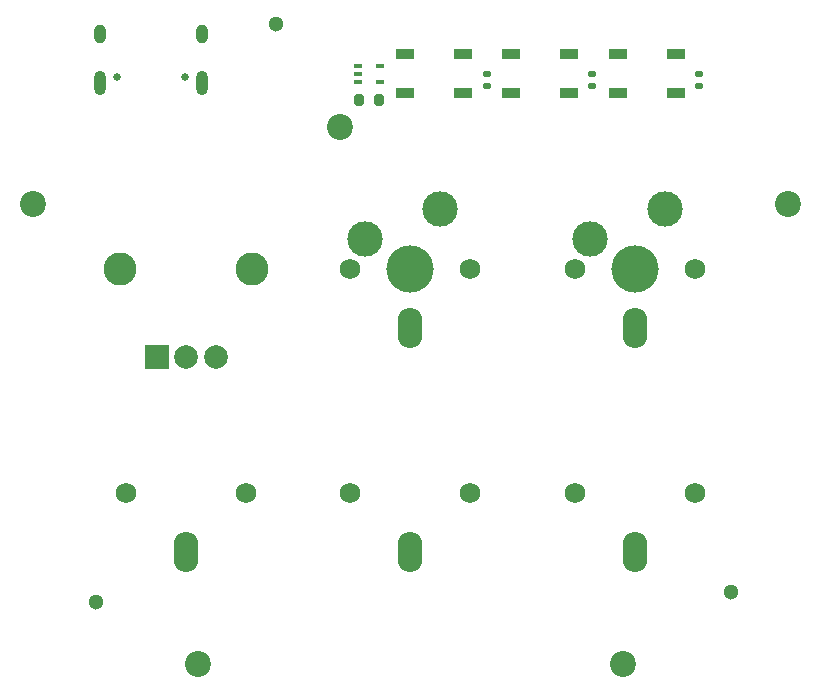
<source format=gbr>
%TF.GenerationSoftware,KiCad,Pcbnew,7.0.1*%
%TF.CreationDate,2023-09-05T02:32:18-04:00*%
%TF.ProjectId,Fluxpad,466c7578-7061-4642-9e6b-696361645f70,rev?*%
%TF.SameCoordinates,Original*%
%TF.FileFunction,Soldermask,Top*%
%TF.FilePolarity,Negative*%
%FSLAX46Y46*%
G04 Gerber Fmt 4.6, Leading zero omitted, Abs format (unit mm)*
G04 Created by KiCad (PCBNEW 7.0.1) date 2023-09-05 02:32:18*
%MOMM*%
%LPD*%
G01*
G04 APERTURE LIST*
G04 Aperture macros list*
%AMRoundRect*
0 Rectangle with rounded corners*
0 $1 Rounding radius*
0 $2 $3 $4 $5 $6 $7 $8 $9 X,Y pos of 4 corners*
0 Add a 4 corners polygon primitive as box body*
4,1,4,$2,$3,$4,$5,$6,$7,$8,$9,$2,$3,0*
0 Add four circle primitives for the rounded corners*
1,1,$1+$1,$2,$3*
1,1,$1+$1,$4,$5*
1,1,$1+$1,$6,$7*
1,1,$1+$1,$8,$9*
0 Add four rect primitives between the rounded corners*
20,1,$1+$1,$2,$3,$4,$5,0*
20,1,$1+$1,$4,$5,$6,$7,0*
20,1,$1+$1,$6,$7,$8,$9,0*
20,1,$1+$1,$8,$9,$2,$3,0*%
G04 Aperture macros list end*
%ADD10C,2.200000*%
%ADD11RoundRect,0.140000X0.170000X-0.140000X0.170000X0.140000X-0.170000X0.140000X-0.170000X-0.140000X0*%
%ADD12R,1.500000X0.900000*%
%ADD13C,1.300000*%
%ADD14R,2.000000X2.000000*%
%ADD15C,2.000000*%
%ADD16C,2.800000*%
%ADD17R,0.650000X0.400000*%
%ADD18RoundRect,0.200000X-0.200000X-0.275000X0.200000X-0.275000X0.200000X0.275000X-0.200000X0.275000X0*%
%ADD19C,1.750000*%
%ADD20C,4.000000*%
%ADD21C,0.650000*%
%ADD22O,1.000000X1.600000*%
%ADD23O,1.000000X2.100000*%
%ADD24O,2.100000X3.400000*%
%ADD25C,3.000000*%
G04 APERTURE END LIST*
D10*
%TO.C,H2*%
X142000000Y-143500000D03*
%TD*%
%TO.C,H3*%
X178000000Y-143500000D03*
%TD*%
%TO.C,H5*%
X154000000Y-98000000D03*
%TD*%
D11*
%TO.C,C4*%
X175400000Y-94480000D03*
X175400000Y-93520000D03*
%TD*%
D12*
%TO.C,D8*%
X182450000Y-95150000D03*
X182450000Y-91850000D03*
X177550000Y-91850000D03*
X177550000Y-95150000D03*
%TD*%
D11*
%TO.C,C3*%
X166500000Y-94480000D03*
X166500000Y-93520000D03*
%TD*%
D12*
%TO.C,D6*%
X164450000Y-95150000D03*
X164450000Y-91850000D03*
X159550000Y-91850000D03*
X159550000Y-95150000D03*
%TD*%
D13*
%TO.C,H6*%
X148650000Y-89300000D03*
%TD*%
D11*
%TO.C,C10*%
X184400000Y-94480000D03*
X184400000Y-93520000D03*
%TD*%
D14*
%TO.C,SW3*%
X138500000Y-117500000D03*
D15*
X143500000Y-117500000D03*
X141000000Y-117500000D03*
D16*
X135400000Y-110000000D03*
X146600000Y-110000000D03*
%TD*%
D10*
%TO.C,H4*%
X192000000Y-104500000D03*
%TD*%
D17*
%TO.C,U1*%
X155550000Y-92850000D03*
X155550000Y-93500000D03*
X155550000Y-94150000D03*
X157450000Y-94150000D03*
X157450000Y-92850000D03*
%TD*%
D10*
%TO.C,H1*%
X128000000Y-104500000D03*
%TD*%
D18*
%TO.C,R5*%
X155675000Y-95700000D03*
X157325000Y-95700000D03*
%TD*%
D13*
%TO.C,H8*%
X187150000Y-137350000D03*
%TD*%
D19*
%TO.C,SW1*%
X154920000Y-110000000D03*
D20*
X160000000Y-110000000D03*
D19*
X165080000Y-110000000D03*
%TD*%
D13*
%TO.C,H7*%
X133400000Y-138200000D03*
%TD*%
D19*
%TO.C,SW2*%
X173920000Y-110000000D03*
D20*
X179000000Y-110000000D03*
D19*
X184080000Y-110000000D03*
%TD*%
D12*
%TO.C,D7*%
X173450000Y-95150000D03*
X173450000Y-91850000D03*
X168550000Y-91850000D03*
X168550000Y-95150000D03*
%TD*%
D21*
%TO.C,J1*%
X135110000Y-93750000D03*
X140890000Y-93750000D03*
D22*
X133680000Y-90100000D03*
D23*
X133680000Y-94280000D03*
D22*
X142320000Y-90100000D03*
D23*
X142320000Y-94280000D03*
%TD*%
D24*
%TO.C,D2*%
X179000000Y-115000000D03*
%TD*%
D19*
%TO.C,U2*%
X146080000Y-129000000D03*
X135920000Y-129000000D03*
%TD*%
D24*
%TO.C,D3*%
X141000000Y-134000000D03*
%TD*%
%TO.C,D4*%
X160000000Y-134000000D03*
%TD*%
D25*
%TO.C,SW6*%
X156190000Y-107460000D03*
X162540000Y-104920000D03*
%TD*%
D19*
%TO.C,U5*%
X184080000Y-129005633D03*
X173920000Y-129005633D03*
%TD*%
D24*
%TO.C,D1*%
X160000000Y-115000000D03*
%TD*%
%TO.C,D5*%
X179000000Y-134005633D03*
%TD*%
D25*
%TO.C,SW7*%
X175190000Y-107460000D03*
X181540000Y-104920000D03*
%TD*%
D19*
%TO.C,U3*%
X165080000Y-129000000D03*
X154920000Y-129000000D03*
%TD*%
M02*

</source>
